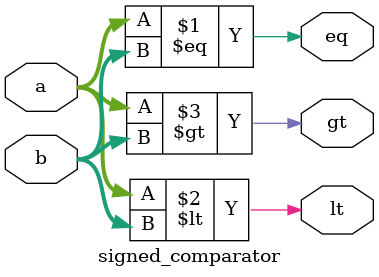
<source format=v>
`ifndef SIGNED_COMPARATOR_DEFINED
`define SIGNED_COMPARATOR_DEFINED

module signed_comparator #(parameter DATA_WDTH = 8) (
    input wire signed [DATA_WDTH-1:0] a,
    input wire signed [DATA_WDTH-1:0] b,
    output wire lt,
    output wire eq,
    output wire gt
);
    assign eq = (a == b);
    assign lt = (a < b);
    assign gt = (a > b);
endmodule

`endif

</source>
